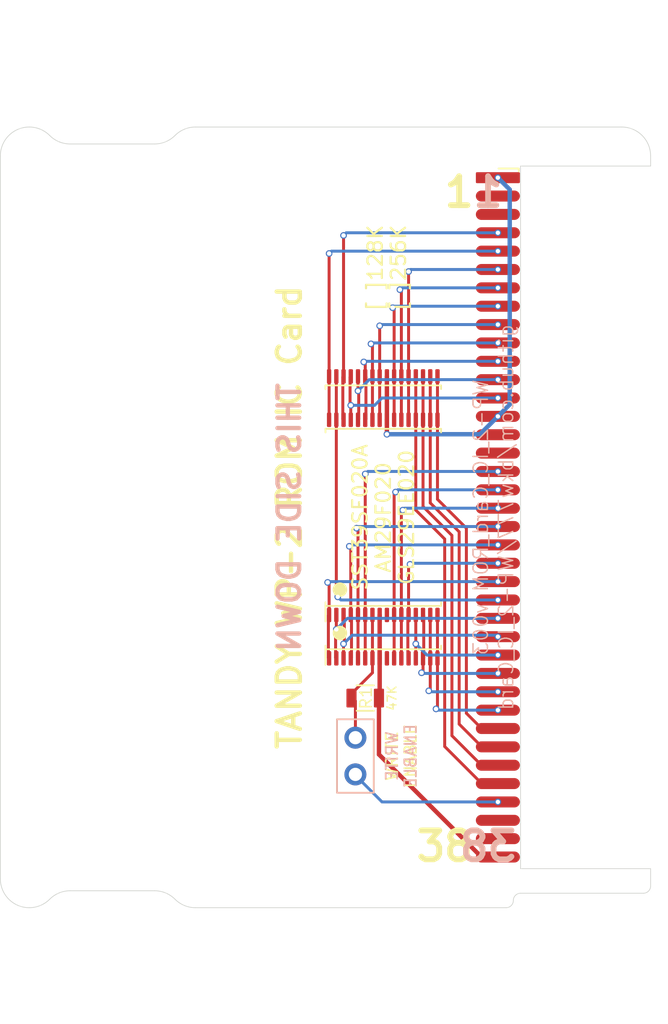
<source format=kicad_pcb>
(kicad_pcb (version 20171130) (host pcbnew 5.1.9-73d0e3b20d~88~ubuntu20.10.1)

  (general
    (thickness 1.2)
    (drawings 48)
    (tracks 238)
    (zones 0)
    (modules 5)
    (nets 33)
  )

  (page USLetter)
  (title_block
    (title "TANDY WP-2 ROM IC Card")
    (date 2021-01-14)
    (rev 003)
    (company "Brian K. White - b.kenyon.w@gmail.com")
  )

  (layers
    (0 F.Cu signal)
    (31 B.Cu signal)
    (33 F.Adhes user)
    (35 F.Paste user)
    (36 B.SilkS user)
    (37 F.SilkS user)
    (38 B.Mask user)
    (39 F.Mask user)
    (40 Dwgs.User user)
    (41 Cmts.User user hide)
    (42 Eco1.User user hide)
    (43 Eco2.User user hide)
    (44 Edge.Cuts user)
    (45 Margin user hide)
    (46 B.CrtYd user hide)
    (47 F.CrtYd user hide)
    (49 F.Fab user hide)
  )

  (setup
    (last_trace_width 0.254)
    (user_trace_width 0.1524)
    (user_trace_width 0.1778)
    (user_trace_width 0.2032)
    (user_trace_width 0.3048)
    (user_trace_width 0.508)
    (trace_clearance 0.1524)
    (zone_clearance 0.16)
    (zone_45_only no)
    (trace_min 0.1524)
    (via_size 0.46)
    (via_drill 0.3)
    (via_min_size 0.46)
    (via_min_drill 0.3)
    (user_via 0.46 0.3)
    (uvia_size 0.46)
    (uvia_drill 0.3)
    (uvias_allowed no)
    (uvia_min_size 0.46)
    (uvia_min_drill 0.3)
    (edge_width 0.05)
    (segment_width 0.2)
    (pcb_text_width 0.3)
    (pcb_text_size 1.5 1.5)
    (mod_edge_width 0.12)
    (mod_text_size 1 1)
    (mod_text_width 0.15)
    (pad_size 0.3 1)
    (pad_drill 0)
    (pad_to_mask_clearance 0)
    (solder_mask_min_width 0.22)
    (aux_axis_origin 158.75 99.695)
    (grid_origin 158.75 99.695)
    (visible_elements FFFFFF7F)
    (pcbplotparams
      (layerselection 0x010f0_ffffffff)
      (usegerberextensions true)
      (usegerberattributes false)
      (usegerberadvancedattributes false)
      (creategerberjobfile false)
      (excludeedgelayer true)
      (linewidth 0.100000)
      (plotframeref false)
      (viasonmask false)
      (mode 1)
      (useauxorigin false)
      (hpglpennumber 1)
      (hpglpenspeed 20)
      (hpglpendiameter 15.000000)
      (psnegative false)
      (psa4output false)
      (plotreference true)
      (plotvalue true)
      (plotinvisibletext false)
      (padsonsilk false)
      (subtractmaskfromsilk true)
      (outputformat 1)
      (mirror false)
      (drillshape 0)
      (scaleselection 1)
      (outputdirectory "GERBER_WP-2_IC_Card_ROM"))
  )

  (net 0 "")
  (net 1 GND)
  (net 2 /~CE1)
  (net 3 /~OE)
  (net 4 /D0)
  (net 5 /D1)
  (net 6 /D2)
  (net 7 /D3)
  (net 8 /D4)
  (net 9 /D5)
  (net 10 /D6)
  (net 11 /D7)
  (net 12 /A16)
  (net 13 /A15)
  (net 14 /A14)
  (net 15 /A13)
  (net 16 /A12)
  (net 17 /A11)
  (net 18 /A10)
  (net 19 /A9)
  (net 20 /A8)
  (net 21 /A7)
  (net 22 /A6)
  (net 23 /A5)
  (net 24 /A4)
  (net 25 /A3)
  (net 26 /A2)
  (net 27 /A1)
  (net 28 /A0)
  (net 29 VDD)
  (net 30 /A17)
  (net 31 /~WE)
  (net 32 /R~W)

  (net_class Default "This is the default net class."
    (clearance 0.1524)
    (trace_width 0.254)
    (via_dia 0.46)
    (via_drill 0.3)
    (uvia_dia 0.46)
    (uvia_drill 0.3)
    (diff_pair_width 0.1524)
    (diff_pair_gap 0.2032)
    (add_net /A0)
    (add_net /A1)
    (add_net /A10)
    (add_net /A11)
    (add_net /A12)
    (add_net /A13)
    (add_net /A14)
    (add_net /A15)
    (add_net /A16)
    (add_net /A17)
    (add_net /A2)
    (add_net /A3)
    (add_net /A4)
    (add_net /A5)
    (add_net /A6)
    (add_net /A7)
    (add_net /A8)
    (add_net /A9)
    (add_net /D0)
    (add_net /D1)
    (add_net /D2)
    (add_net /D3)
    (add_net /D4)
    (add_net /D5)
    (add_net /D6)
    (add_net /D7)
    (add_net /R~W)
    (add_net /~CE1)
    (add_net /~OE)
    (add_net /~WE)
    (add_net GND)
    (add_net VDD)
  )

  (module 0_LOCAL:R_0805 (layer F.Cu) (tedit 5F8B5224) (tstamp 5F898D2F)
    (at 148 112.195 180)
    (descr "Resistor SMD 0805, reflow soldering, Vishay (see dcrcw.pdf)")
    (tags "resistor 0805")
    (path /5F8FDC45)
    (attr smd)
    (fp_text reference R1 (at -0.05 0 90 unlocked) (layer F.SilkS)
      (effects (font (size 0.8 0.8) (thickness 0.1)))
    )
    (fp_text value 47K (at -1.85 0 90) (layer F.SilkS)
      (effects (font (size 0.6 0.6) (thickness 0.1)))
    )
    (fp_line (start 1.55 0.9) (end -1.55 0.9) (layer F.CrtYd) (width 0.05))
    (fp_line (start 1.55 0.9) (end 1.55 -0.9) (layer F.CrtYd) (width 0.05))
    (fp_line (start -1.55 -0.9) (end -1.55 0.9) (layer F.CrtYd) (width 0.05))
    (fp_line (start -1.55 -0.9) (end 1.55 -0.9) (layer F.CrtYd) (width 0.05))
    (fp_line (start -0.6 -0.88) (end 0.6 -0.88) (layer F.SilkS) (width 0.12))
    (fp_line (start 0.6 0.88) (end -0.6 0.88) (layer F.SilkS) (width 0.12))
    (fp_line (start -1 -0.62) (end 1 -0.62) (layer F.Fab) (width 0.1))
    (fp_line (start 1 -0.62) (end 1 0.62) (layer F.Fab) (width 0.1))
    (fp_line (start 1 0.62) (end -1 0.62) (layer F.Fab) (width 0.1))
    (fp_line (start -1 0.62) (end -1 -0.62) (layer F.Fab) (width 0.1))
    (fp_text user %R (at 0 0) (layer F.Fab)
      (effects (font (size 0.5 0.5) (thickness 0.075)))
    )
    (pad 1 smd roundrect (at -0.95 0 180) (size 0.7 1.3) (layers F.Cu F.Paste F.Mask) (roundrect_rratio 0.1)
      (net 29 VDD))
    (pad 2 smd roundrect (at 0.95 0 180) (size 0.7 1.3) (layers F.Cu F.Paste F.Mask) (roundrect_rratio 0.1)
      (net 31 /~WE))
    (model ${KIPRJMOD}/3d/R_0805_2012Metric.step
      (at (xyz 0 0 0))
      (scale (xyz 1 1 1))
      (rotate (xyz 0 0 0))
    )
  )

  (module 0_LOCAL:TSOP32-14mm (layer F.Cu) (tedit 5F8D316E) (tstamp 5F898D85)
    (at 149.25 99.695)
    (descr "Module CMS TSOP 32 pins")
    (tags "CMS TSOP")
    (path /5F906116)
    (attr smd)
    (fp_text reference U2 (at -1.905 -0.508 90) (layer F.SilkS) hide
      (effects (font (size 1 1) (thickness 0.15)))
    )
    (fp_text value "FLASH 256Kx8 5v Parallel" (at 1.27 0 90) (layer F.Fab)
      (effects (font (size 1 1) (thickness 0.15)))
    )
    (fp_circle (center -3 5) (end -2.75 5) (layer F.SilkS) (width 0.5))
    (fp_line (start -4 6.125) (end 4 6.125) (layer F.SilkS) (width 0.12))
    (fp_line (start 4 -6.125) (end -4 -6.125) (layer F.SilkS) (width 0.12))
    (fp_line (start -4 7.2) (end -4 5.875) (layer F.SilkS) (width 0.12))
    (fp_line (start 4 6.125) (end 4 5.875) (layer F.SilkS) (width 0.12))
    (fp_line (start -4 -6.125) (end -4 -5.875) (layer F.SilkS) (width 0.12))
    (fp_line (start 4 -6.125) (end 4 -5.875) (layer F.SilkS) (width 0.12))
    (pad 1 smd roundrect (at -3.75 6.75) (size 0.3 1) (layers F.Cu F.Paste F.Mask) (roundrect_rratio 0.25)
      (net 17 /A11))
    (pad 2 smd roundrect (at -3.25 6.75) (size 0.3 1) (layers F.Cu F.Paste F.Mask) (roundrect_rratio 0.25)
      (net 19 /A9))
    (pad 3 smd roundrect (at -2.75 6.75) (size 0.3 1) (layers F.Cu F.Paste F.Mask) (roundrect_rratio 0.25)
      (net 20 /A8))
    (pad 4 smd roundrect (at -2.25 6.75) (size 0.3 1) (layers F.Cu F.Paste F.Mask) (roundrect_rratio 0.25)
      (net 15 /A13))
    (pad 5 smd roundrect (at -1.75 6.75) (size 0.3 1) (layers F.Cu F.Paste F.Mask) (roundrect_rratio 0.25)
      (net 14 /A14))
    (pad 6 smd roundrect (at -1.25 6.75) (size 0.3 1) (layers F.Cu F.Paste F.Mask) (roundrect_rratio 0.25)
      (net 30 /A17))
    (pad 7 smd roundrect (at -0.75 6.75) (size 0.3 1) (layers F.Cu F.Paste F.Mask) (roundrect_rratio 0.25)
      (net 31 /~WE))
    (pad 8 smd roundrect (at -0.25 6.75) (size 0.3 1) (layers F.Cu F.Paste F.Mask) (roundrect_rratio 0.25)
      (net 29 VDD))
    (pad 9 smd roundrect (at 0.25 6.75) (size 0.3 1) (layers F.Cu F.Paste F.Mask) (roundrect_rratio 0.25))
    (pad 10 smd roundrect (at 0.75 6.75) (size 0.3 1) (layers F.Cu F.Paste F.Mask) (roundrect_rratio 0.25)
      (net 12 /A16))
    (pad 11 smd roundrect (at 1.25 6.75) (size 0.3 1) (layers F.Cu F.Paste F.Mask) (roundrect_rratio 0.25)
      (net 13 /A15))
    (pad 12 smd roundrect (at 1.75 6.75) (size 0.3 1) (layers F.Cu F.Paste F.Mask) (roundrect_rratio 0.25)
      (net 16 /A12))
    (pad 13 smd roundrect (at 2.25 6.75) (size 0.3 1) (layers F.Cu F.Paste F.Mask) (roundrect_rratio 0.25)
      (net 21 /A7))
    (pad 14 smd roundrect (at 2.75 6.75) (size 0.3 1) (layers F.Cu F.Paste F.Mask) (roundrect_rratio 0.25)
      (net 22 /A6))
    (pad 15 smd roundrect (at 3.25 6.75) (size 0.3 1) (layers F.Cu F.Paste F.Mask) (roundrect_rratio 0.25)
      (net 23 /A5))
    (pad 16 smd roundrect (at 3.75 6.75) (size 0.3 1) (layers F.Cu F.Paste F.Mask) (roundrect_rratio 0.25)
      (net 24 /A4))
    (pad 17 smd roundrect (at 3.75 -6.75) (size 0.3 1) (layers F.Cu F.Paste F.Mask) (roundrect_rratio 0.25)
      (net 25 /A3))
    (pad 18 smd roundrect (at 3.25 -6.75) (size 0.3 1) (layers F.Cu F.Paste F.Mask) (roundrect_rratio 0.25)
      (net 26 /A2))
    (pad 19 smd roundrect (at 2.75 -6.75) (size 0.3 1) (layers F.Cu F.Paste F.Mask) (roundrect_rratio 0.25)
      (net 27 /A1))
    (pad 20 smd roundrect (at 2.25 -6.75) (size 0.3 1) (layers F.Cu F.Paste F.Mask) (roundrect_rratio 0.25)
      (net 28 /A0))
    (pad 21 smd roundrect (at 1.75 -6.75) (size 0.3 1) (layers F.Cu F.Paste F.Mask) (roundrect_rratio 0.25)
      (net 4 /D0))
    (pad 22 smd roundrect (at 1.25 -6.75) (size 0.3 1) (layers F.Cu F.Paste F.Mask) (roundrect_rratio 0.25)
      (net 5 /D1))
    (pad 23 smd roundrect (at 0.75 -6.75) (size 0.3 1) (layers F.Cu F.Paste F.Mask) (roundrect_rratio 0.25)
      (net 6 /D2))
    (pad 24 smd roundrect (at 0.25 -6.75) (size 0.3 1) (layers F.Cu F.Paste F.Mask) (roundrect_rratio 0.25)
      (net 1 GND))
    (pad 25 smd roundrect (at -0.25 -6.75) (size 0.3 1) (layers F.Cu F.Paste F.Mask) (roundrect_rratio 0.25)
      (net 7 /D3))
    (pad 26 smd roundrect (at -0.75 -6.75) (size 0.3 1) (layers F.Cu F.Paste F.Mask) (roundrect_rratio 0.25)
      (net 8 /D4))
    (pad 27 smd roundrect (at -1.25 -6.75) (size 0.3 1) (layers F.Cu F.Paste F.Mask) (roundrect_rratio 0.25)
      (net 9 /D5))
    (pad 28 smd roundrect (at -1.75 -6.75) (size 0.3 1) (layers F.Cu F.Paste F.Mask) (roundrect_rratio 0.25)
      (net 10 /D6))
    (pad 29 smd roundrect (at -2.25 -6.75) (size 0.3 1) (layers F.Cu F.Paste F.Mask) (roundrect_rratio 0.25)
      (net 11 /D7))
    (pad 30 smd roundrect (at -2.75 -6.75) (size 0.3 1) (layers F.Cu F.Paste F.Mask) (roundrect_rratio 0.25)
      (net 2 /~CE1))
    (pad 31 smd roundrect (at -3.25 -6.75) (size 0.3 1) (layers F.Cu F.Paste F.Mask) (roundrect_rratio 0.25)
      (net 18 /A10))
    (pad 32 smd roundrect (at -3.75 -6.75) (size 0.3 1) (layers F.Cu F.Paste F.Mask) (roundrect_rratio 0.25)
      (net 3 /~OE))
    (model ${KIPRJMOD}/3d/TSOP32_8x14.step
      (at (xyz 0 0 0))
      (scale (xyz 1 1 1))
      (rotate (xyz 0 0 -90))
    )
  )

  (module 0_LOCAL:TSOP32-20mm (layer F.Cu) (tedit 5F8D318C) (tstamp 5F898D5A)
    (at 149.25 99.695)
    (descr "Module CMS TSOP 32 pins")
    (tags "CMS TSOP")
    (path /5FA8764D)
    (attr virtual)
    (fp_text reference U1 (at -1.905 -0.508 90) (layer F.SilkS) hide
      (effects (font (size 1 1) (thickness 0.15)))
    )
    (fp_text value "FLASH 256Kx8 5v Parallel" (at 1.27 0 90) (layer F.Fab)
      (effects (font (size 1 1) (thickness 0.15)))
    )
    (fp_line (start 4 -9.125) (end 4 -8.875) (layer F.SilkS) (width 0.12))
    (fp_line (start -4 -9.125) (end -4 -8.875) (layer F.SilkS) (width 0.12))
    (fp_line (start 4 9.125) (end 4 8.875) (layer F.SilkS) (width 0.12))
    (fp_line (start -4 10.2) (end -4 8.875) (layer F.SilkS) (width 0.12))
    (fp_line (start 4 -9.125) (end -4 -9.125) (layer F.SilkS) (width 0.12))
    (fp_line (start -4 9.125) (end 4 9.125) (layer F.SilkS) (width 0.12))
    (fp_circle (center -3 8) (end -2.75 8) (layer F.SilkS) (width 0.5))
    (pad 1 smd roundrect (at -3.75 9.75) (size 0.3 1) (layers F.Cu F.Paste F.Mask) (roundrect_rratio 0.25)
      (net 17 /A11))
    (pad 2 smd roundrect (at -3.25 9.75) (size 0.3 1) (layers F.Cu F.Paste F.Mask) (roundrect_rratio 0.25)
      (net 19 /A9))
    (pad 3 smd roundrect (at -2.75 9.75) (size 0.3 1) (layers F.Cu F.Paste F.Mask) (roundrect_rratio 0.25)
      (net 20 /A8))
    (pad 4 smd roundrect (at -2.25 9.75) (size 0.3 1) (layers F.Cu F.Paste F.Mask) (roundrect_rratio 0.25)
      (net 15 /A13))
    (pad 5 smd roundrect (at -1.75 9.75) (size 0.3 1) (layers F.Cu F.Paste F.Mask) (roundrect_rratio 0.25)
      (net 14 /A14))
    (pad 6 smd roundrect (at -1.25 9.75) (size 0.3 1) (layers F.Cu F.Paste F.Mask) (roundrect_rratio 0.25)
      (net 30 /A17))
    (pad 7 smd roundrect (at -0.75 9.75) (size 0.3 1) (layers F.Cu F.Paste F.Mask) (roundrect_rratio 0.25)
      (net 31 /~WE))
    (pad 8 smd roundrect (at -0.25 9.75) (size 0.3 1) (layers F.Cu F.Paste F.Mask) (roundrect_rratio 0.25)
      (net 29 VDD))
    (pad 9 smd roundrect (at 0.25 9.75) (size 0.3 1) (layers F.Cu F.Paste F.Mask) (roundrect_rratio 0.25))
    (pad 10 smd roundrect (at 0.75 9.75) (size 0.3 1) (layers F.Cu F.Paste F.Mask) (roundrect_rratio 0.25)
      (net 12 /A16))
    (pad 11 smd roundrect (at 1.25 9.75) (size 0.3 1) (layers F.Cu F.Paste F.Mask) (roundrect_rratio 0.25)
      (net 13 /A15))
    (pad 12 smd roundrect (at 1.75 9.75) (size 0.3 1) (layers F.Cu F.Paste F.Mask) (roundrect_rratio 0.25)
      (net 16 /A12))
    (pad 13 smd roundrect (at 2.25 9.75) (size 0.3 1) (layers F.Cu F.Paste F.Mask) (roundrect_rratio 0.25)
      (net 21 /A7))
    (pad 14 smd roundrect (at 2.75 9.75) (size 0.3 1) (layers F.Cu F.Paste F.Mask) (roundrect_rratio 0.25)
      (net 22 /A6))
    (pad 15 smd roundrect (at 3.25 9.75) (size 0.3 1) (layers F.Cu F.Paste F.Mask) (roundrect_rratio 0.25)
      (net 23 /A5))
    (pad 16 smd roundrect (at 3.75 9.75) (size 0.3 1) (layers F.Cu F.Paste F.Mask) (roundrect_rratio 0.25)
      (net 24 /A4))
    (pad 17 smd roundrect (at 3.75 -9.75) (size 0.3 1) (layers F.Cu F.Paste F.Mask) (roundrect_rratio 0.25)
      (net 25 /A3))
    (pad 18 smd roundrect (at 3.25 -9.75) (size 0.3 1) (layers F.Cu F.Paste F.Mask) (roundrect_rratio 0.25)
      (net 26 /A2))
    (pad 19 smd roundrect (at 2.75 -9.75) (size 0.3 1) (layers F.Cu F.Paste F.Mask) (roundrect_rratio 0.25)
      (net 27 /A1))
    (pad 20 smd roundrect (at 2.25 -9.75) (size 0.3 1) (layers F.Cu F.Paste F.Mask) (roundrect_rratio 0.25)
      (net 28 /A0))
    (pad 21 smd roundrect (at 1.75 -9.75) (size 0.3 1) (layers F.Cu F.Paste F.Mask) (roundrect_rratio 0.25)
      (net 4 /D0))
    (pad 22 smd roundrect (at 1.25 -9.75) (size 0.3 1) (layers F.Cu F.Paste F.Mask) (roundrect_rratio 0.25)
      (net 5 /D1))
    (pad 23 smd roundrect (at 0.75 -9.75) (size 0.3 1) (layers F.Cu F.Paste F.Mask) (roundrect_rratio 0.25)
      (net 6 /D2))
    (pad 24 smd roundrect (at 0.25 -9.75) (size 0.3 1) (layers F.Cu F.Paste F.Mask) (roundrect_rratio 0.25)
      (net 1 GND))
    (pad 25 smd roundrect (at -0.25 -9.75) (size 0.3 1) (layers F.Cu F.Paste F.Mask) (roundrect_rratio 0.25)
      (net 7 /D3))
    (pad 26 smd roundrect (at -0.75 -9.75) (size 0.3 1) (layers F.Cu F.Paste F.Mask) (roundrect_rratio 0.25)
      (net 8 /D4))
    (pad 27 smd roundrect (at -1.25 -9.75) (size 0.3 1) (layers F.Cu F.Paste F.Mask) (roundrect_rratio 0.25)
      (net 9 /D5))
    (pad 28 smd roundrect (at -1.75 -9.75) (size 0.3 1) (layers F.Cu F.Paste F.Mask) (roundrect_rratio 0.25)
      (net 10 /D6))
    (pad 29 smd roundrect (at -2.25 -9.75) (size 0.3 1) (layers F.Cu F.Paste F.Mask) (roundrect_rratio 0.25)
      (net 11 /D7))
    (pad 30 smd roundrect (at -2.75 -9.75) (size 0.3 1) (layers F.Cu F.Paste F.Mask) (roundrect_rratio 0.25)
      (net 2 /~CE1))
    (pad 31 smd roundrect (at -3.25 -9.75) (size 0.3 1) (layers F.Cu F.Paste F.Mask) (roundrect_rratio 0.25)
      (net 18 /A10))
    (pad 32 smd roundrect (at -3.75 -9.75) (size 0.3 1) (layers F.Cu F.Paste F.Mask) (roundrect_rratio 0.25)
      (net 3 /~OE))
    (model ${KIPRJMOD}/3d/TSOP32_8X20.step_x
      (at (xyz 0 0 0))
      (scale (xyz 1 1 1))
      (rotate (xyz 0 0 -90))
    )
  )

  (module 0_LOCAL:JP2 (layer F.Cu) (tedit 5F8B1E86) (tstamp 5F9AE79B)
    (at 147.32 116.205 90)
    (path /5F96166C)
    (fp_text reference JP1 (at 0 1.5 90) (layer F.SilkS) hide
      (effects (font (size 0.8128 0.8128) (thickness 0.0762)))
    )
    (fp_text value Write-Enable (at 0 1.5 90) (layer F.SilkS) hide
      (effects (font (size 0.8 0.8) (thickness 0.1)))
    )
    (pad 1 thru_hole circle (at -1.27 0 90) (size 1.524 1.524) (drill 0.9144) (layers *.Cu *.Mask)
      (net 32 /R~W))
    (pad 2 thru_hole circle (at 1.27 0 90) (size 1.524 1.524) (drill 0.9144) (layers *.Cu *.Mask)
      (net 31 /~WE))
  )

  (module 0_LOCAL:PinSocket_1x38x1.27_edge_s (layer F.Cu) (tedit 5F7C31EE) (tstamp 5F74043C)
    (at 158.75 99.695)
    (descr "Through hole straight socket strip, 1x38, 1.27mm pitch, single row")
    (tags "Through hole socket strip THT 1x38 1.27mm single row")
    (path /5F6EF0A3)
    (attr smd)
    (fp_text reference J1 (at -2.8956 4.4196 -90) (layer F.SilkS) hide
      (effects (font (size 1 1) (thickness 0.15)))
    )
    (fp_text value Conn_01x38_Female (at -2.921 23.114 -90) (layer F.Fab)
      (effects (font (size 1 1) (thickness 0.15)))
    )
    (fp_line (start -1.524 -24.13) (end -0.127 -24.13) (layer F.SilkS) (width 0.12))
    (fp_line (start -0.127 -24.13) (end -0.127 -23.9395) (layer F.SilkS) (width 0.12))
    (fp_line (start 5.08 -24.13) (end 8.509 -24.13) (layer F.Fab) (width 0.08))
    (fp_line (start 8.509 -24.13) (end 8.509 24.13) (layer F.Fab) (width 0.08))
    (fp_line (start 8.509 24.13) (end 5.08 24.13) (layer F.Fab) (width 0.08))
    (fp_line (start 0.1905 -22.5425) (end 6.0325 -22.5425) (layer F.Fab) (width 0.08))
    (fp_line (start 0.1905 -21.9075) (end 6.0325 -21.9075) (layer F.Fab) (width 0.08))
    (fp_line (start 0.1905 -21.9075) (end 0 -22.098) (layer F.Fab) (width 0.08))
    (fp_line (start 0.1905 -22.5425) (end 0 -22.352) (layer F.Fab) (width 0.08))
    (fp_line (start 0 -22.352) (end 0 -22.098) (layer F.Fab) (width 0.08))
    (fp_line (start 6.0325 -22.5425) (end 6.0325 -21.9075) (layer F.Fab) (width 0.08))
    (fp_line (start 2.794 -18.0975) (end 2.6035 -18.288) (layer F.Fab) (width 0.08))
    (fp_line (start 2.794 -18.7325) (end 8.636 -18.7325) (layer F.Fab) (width 0.08))
    (fp_line (start 2.794 -18.7325) (end 2.6035 -18.542) (layer F.Fab) (width 0.08))
    (fp_line (start 2.794 -18.0975) (end 8.636 -18.0975) (layer F.Fab) (width 0.08))
    (fp_line (start 2.6035 -18.288) (end 2.6035 -18.542) (layer F.Fab) (width 0.08))
    (fp_line (start 8.636 -18.0975) (end 8.636 -18.7325) (layer F.Fab) (width 0.08))
    (fp_line (start 3.7465 -22.6695) (end 3.7465 -25.4) (layer F.Fab) (width 0.08))
    (fp_line (start 3.7465 -22.6695) (end 3.556 -22.86) (layer F.Fab) (width 0.08))
    (fp_line (start 3.7465 -22.6695) (end 3.937 -22.86) (layer F.Fab) (width 0.08))
    (fp_line (start 4.3815 -24.257) (end 4.572 -24.4475) (layer F.Fab) (width 0.08))
    (fp_line (start 4.3815 -24.257) (end 4.191 -24.4475) (layer F.Fab) (width 0.08))
    (fp_line (start 4.3815 -24.257) (end 4.3815 -25.4) (layer F.Fab) (width 0.08))
    (fp_line (start 3.7465 -25.4) (end 4.3815 -25.4) (layer F.Fab) (width 0.08))
    (fp_line (start 4.3815 -25.4) (end 4.064 -25.4) (layer F.Fab) (width 0.08))
    (fp_line (start 4.064 -25.4) (end 4.064 -26.035) (layer F.Fab) (width 0.08))
    (fp_line (start 7.62 -18.8595) (end 7.8105 -19.05) (layer F.Fab) (width 0.08))
    (fp_line (start 7.62 -18.8595) (end 7.4295 -19.05) (layer F.Fab) (width 0.08))
    (fp_line (start 7.62 -18.8595) (end 7.62 -25.4) (layer F.Fab) (width 0.08))
    (fp_line (start 8.255 -24.257) (end 8.255 -25.4) (layer F.Fab) (width 0.08))
    (fp_line (start 8.255 -25.4) (end 7.9375 -25.4) (layer F.Fab) (width 0.08))
    (fp_line (start 8.255 -24.257) (end 8.4455 -24.4475) (layer F.Fab) (width 0.08))
    (fp_line (start 7.62 -25.4) (end 8.255 -25.4) (layer F.Fab) (width 0.08))
    (fp_line (start 8.255 -24.257) (end 8.0645 -24.4475) (layer F.Fab) (width 0.08))
    (fp_line (start 7.9375 -25.4) (end 7.9375 -26.035) (layer F.Fab) (width 0.08))
    (fp_line (start 0 -24.13) (end 4.3815 -24.13) (layer F.Fab) (width 0.08))
    (fp_line (start 4.3815 -24.13) (end 4.3815 24.13) (layer F.Fab) (width 0.08))
    (fp_line (start 4.3815 24.13) (end 0 24.13) (layer F.Fab) (width 0.08))
    (fp_line (start 0 24.13) (end 0 -24.13) (layer F.Fab) (width 0.08))
    (fp_text user "pins 6.0mm" (at 9.8425 -20.574 -90) (layer F.Fab)
      (effects (font (size 0.5 0.5) (thickness 0.05)))
    )
    (fp_text user "Height 8.5mm, Bottom 2.5mm" (at 7.112 -30.0355 -90) (layer F.Fab)
      (effects (font (size 0.5 0.5) (thickness 0.05)))
    )
    (fp_text user "samtec header" (at 8.001 -28.956 -90) (layer F.Fab)
      (effects (font (size 0.5 0.5) (thickness 0.05)))
    )
    (fp_text user "Height 4.4mm, Bottom 0mm" (at 3.2385 -29.718 -90) (layer F.Fab)
      (effects (font (size 0.5 0.5) (thickness 0.05)))
    )
    (fp_text user "generic header" (at 4.1275 -28.956 -90) (layer F.Fab)
      (effects (font (size 0.5 0.5) (thickness 0.05)))
    )
    (fp_text user %R (at 0 -1.695) (layer F.Fab) hide
      (effects (font (size 1 1) (thickness 0.15)))
    )
    (pad 1 smd roundrect (at -1.57 -23.495) (size 3.048 0.762) (layers F.Cu F.Paste F.Mask) (roundrect_rratio 0.1)
      (net 1 GND))
    (pad 2 smd oval (at -1.57 -22.225) (size 3.048 0.762) (layers F.Cu F.Paste F.Mask))
    (pad 3 smd oval (at -1.57 -20.955) (size 3.048 0.762) (layers F.Cu F.Paste F.Mask))
    (pad 4 smd oval (at -1.57 -19.685) (size 3.048 0.762) (layers F.Cu F.Paste F.Mask)
      (net 2 /~CE1))
    (pad 5 smd oval (at -1.57 -18.415) (size 3.048 0.762) (layers F.Cu F.Paste F.Mask)
      (net 3 /~OE))
    (pad 6 smd oval (at -1.57 -17.145) (size 3.048 0.762) (layers F.Cu F.Paste F.Mask)
      (net 4 /D0))
    (pad 7 smd oval (at -1.57 -15.875) (size 3.048 0.762) (layers F.Cu F.Paste F.Mask)
      (net 5 /D1))
    (pad 8 smd oval (at -1.57 -14.605) (size 3.048 0.762) (layers F.Cu F.Paste F.Mask)
      (net 6 /D2))
    (pad 9 smd oval (at -1.57 -13.335) (size 3.048 0.762) (layers F.Cu F.Paste F.Mask)
      (net 7 /D3))
    (pad 10 smd oval (at -1.57 -12.065) (size 3.048 0.762) (layers F.Cu F.Paste F.Mask)
      (net 8 /D4))
    (pad 11 smd oval (at -1.57 -10.795) (size 3.048 0.762) (layers F.Cu F.Paste F.Mask)
      (net 9 /D5))
    (pad 12 smd oval (at -1.57 -9.525) (size 3.048 0.762) (layers F.Cu F.Paste F.Mask)
      (net 10 /D6))
    (pad 13 smd oval (at -1.57 -8.255) (size 3.048 0.762) (layers F.Cu F.Paste F.Mask)
      (net 11 /D7))
    (pad 14 smd oval (at -1.57 -6.985) (size 3.048 0.762) (layers F.Cu F.Paste F.Mask)
      (net 1 GND))
    (pad 15 smd oval (at -1.57 -5.715) (size 3.048 0.762) (layers F.Cu F.Paste F.Mask))
    (pad 16 smd oval (at -1.57 -4.445) (size 3.048 0.762) (layers F.Cu F.Paste F.Mask))
    (pad 17 smd oval (at -1.57 -3.175) (size 3.048 0.762) (layers F.Cu F.Paste F.Mask)
      (net 30 /A17))
    (pad 18 smd oval (at -1.57 -1.905) (size 3.048 0.762) (layers F.Cu F.Paste F.Mask)
      (net 12 /A16))
    (pad 19 smd oval (at -1.57 -0.635) (size 3.048 0.762) (layers F.Cu F.Paste F.Mask)
      (net 13 /A15))
    (pad 20 smd oval (at -1.57 0.635) (size 3.048 0.762) (layers F.Cu F.Paste F.Mask)
      (net 14 /A14))
    (pad 21 smd oval (at -1.57 1.905) (size 3.048 0.762) (layers F.Cu F.Paste F.Mask)
      (net 15 /A13))
    (pad 22 smd oval (at -1.57 3.175) (size 3.048 0.762) (layers F.Cu F.Paste F.Mask)
      (net 16 /A12))
    (pad 23 smd oval (at -1.57 4.445) (size 3.048 0.762) (layers F.Cu F.Paste F.Mask)
      (net 17 /A11))
    (pad 24 smd oval (at -1.57 5.715) (size 3.048 0.762) (layers F.Cu F.Paste F.Mask)
      (net 18 /A10))
    (pad 25 smd oval (at -1.57 6.985) (size 3.048 0.762) (layers F.Cu F.Paste F.Mask)
      (net 19 /A9))
    (pad 26 smd oval (at -1.57 8.255) (size 3.048 0.762) (layers F.Cu F.Paste F.Mask)
      (net 20 /A8))
    (pad 27 smd oval (at -1.57 9.525) (size 3.048 0.762) (layers F.Cu F.Paste F.Mask)
      (net 21 /A7))
    (pad 28 smd oval (at -1.57 10.795) (size 3.048 0.762) (layers F.Cu F.Paste F.Mask)
      (net 22 /A6))
    (pad 29 smd oval (at -1.57 12.065) (size 3.048 0.762) (layers F.Cu F.Paste F.Mask)
      (net 23 /A5))
    (pad 30 smd oval (at -1.57 13.335) (size 3.048 0.762) (layers F.Cu F.Paste F.Mask)
      (net 24 /A4))
    (pad 31 smd oval (at -1.57 14.605) (size 3.048 0.762) (layers F.Cu F.Paste F.Mask)
      (net 25 /A3))
    (pad 32 smd oval (at -1.57 15.875) (size 3.048 0.762) (layers F.Cu F.Paste F.Mask)
      (net 26 /A2))
    (pad 33 smd oval (at -1.57 17.145) (size 3.048 0.762) (layers F.Cu F.Paste F.Mask)
      (net 27 /A1))
    (pad 34 smd oval (at -1.57 18.415) (size 3.048 0.762) (layers F.Cu F.Paste F.Mask)
      (net 28 /A0))
    (pad 35 smd oval (at -1.57 19.685) (size 3.048 0.762) (layers F.Cu F.Paste F.Mask)
      (net 32 /R~W))
    (pad 36 smd oval (at -1.57 20.955) (size 3.048 0.762) (layers F.Cu F.Paste F.Mask))
    (pad 37 smd oval (at -1.57 22.225) (size 3.048 0.762) (layers F.Cu F.Paste F.Mask))
    (pad 38 smd oval (at -1.57 23.495) (size 3.048 0.762) (layers F.Cu F.Paste F.Mask)
      (net 29 VDD))
    (model ${KIPRJMOD}/3d/PinSocket_1x38_P1.27mm_Vertical.step_x
      (offset (xyz 0 23.495 0.1))
      (scale (xyz 1 1 1))
      (rotate (xyz 0 -90 0))
    )
    (model ${KIPRJMOD}/3d/SMS-138-01-x-x.step
      (offset (xyz 0 0 0.25))
      (scale (xyz 1 1 1))
      (rotate (xyz 0 0 90))
    )
  )

  (gr_line (start 127.578428 73.866573) (end 133.421572 73.866573) (layer Edge.Cuts) (width 0.05) (tstamp 6000056E))
  (gr_arc (start 124.75 74.695) (end 126.164214 73.280786) (angle -45) (layer Edge.Cuts) (width 0.05) (tstamp 6000056D))
  (gr_arc (start 133.421572 71.866572) (end 133.421572 73.866572) (angle -45) (layer Edge.Cuts) (width 0.05) (tstamp 6000056C))
  (gr_arc (start 127.578428 71.866572) (end 126.164214 73.280786) (angle -45) (layer Edge.Cuts) (width 0.05) (tstamp 6000056B))
  (gr_arc (start 136.25 74.695) (end 136.25 72.695) (angle -45) (layer Edge.Cuts) (width 0.05) (tstamp 6000056A))
  (gr_line (start 133.421572 125.523427) (end 127.578428 125.523427) (layer Edge.Cuts) (width 0.05) (tstamp 60000565))
  (gr_line (start 138.75 134.695) (end 138.75 64.695) (layer Dwgs.User) (width 0.15))
  (gr_line (start 164.75 74.695) (end 164.75 75.395) (layer F.Fab) (width 0.05) (tstamp 600002D7))
  (gr_arc (start 162.75 74.695) (end 164.75 74.695) (angle -90) (layer F.Fab) (width 0.05) (tstamp 600002D6))
  (gr_arc (start 133.421572 127.523428) (end 134.835786 126.109214) (angle -45) (layer Edge.Cuts) (width 0.05) (tstamp 60000190))
  (gr_arc (start 127.578428 127.523428) (end 127.578428 125.523428) (angle -45) (layer Edge.Cuts) (width 0.05) (tstamp 60000180))
  (gr_arc (start 136.25 124.695) (end 134.835786 126.109214) (angle -45) (layer Edge.Cuts) (width 0.05) (tstamp 6000011B))
  (gr_arc (start 124.75 124.695) (end 124.75 126.695) (angle -45) (layer Edge.Cuts) (width 0.05) (tstamp 600000D5))
  (gr_arc (start 157.75 126.195) (end 157.75 126.695) (angle -90) (layer Edge.Cuts) (width 0.05))
  (gr_arc (start 167.25 125.195) (end 167.25 125.695) (angle -90) (layer Edge.Cuts) (width 0.05))
  (gr_arc (start 158.75 126.195) (end 158.75 125.695) (angle -90) (layer Edge.Cuts) (width 0.05))
  (gr_line (start 148.59 113.665) (end 146.05 113.665) (layer B.SilkS) (width 0.12) (tstamp 5FBC7678))
  (gr_line (start 148.59 118.745) (end 148.59 113.665) (layer B.SilkS) (width 0.12))
  (gr_line (start 146.05 118.745) (end 148.59 118.745) (layer B.SilkS) (width 0.12))
  (gr_line (start 146.05 113.665) (end 146.05 118.745) (layer B.SilkS) (width 0.12))
  (gr_line (start 148.59 113.665) (end 146.05 113.665) (layer F.SilkS) (width 0.12) (tstamp 5FBC7677))
  (gr_line (start 148.59 118.745) (end 148.59 113.665) (layer F.SilkS) (width 0.12))
  (gr_line (start 146.05 118.745) (end 148.59 118.745) (layer F.SilkS) (width 0.12))
  (gr_line (start 146.05 113.665) (end 146.05 118.745) (layer F.SilkS) (width 0.12))
  (gr_text "WRITE\nENABLE" (at 150.495 116.205 90) (layer B.SilkS) (tstamp 5FBC73FB)
    (effects (font (size 0.8 0.8) (thickness 0.12)) (justify mirror))
  )
  (gr_text "WRITE\nENABLE" (at 150.495 116.205 90) (layer F.SilkS)
    (effects (font (size 0.8 0.8) (thickness 0.12)))
  )
  (gr_text "THIS SIDE DOWN" (at 142.75 99.695 90) (layer B.SilkS)
    (effects (font (size 1.5 1.5) (thickness 0.3)) (justify mirror))
  )
  (gr_line (start 167.75 74.695) (end 167.75 75.395) (layer Edge.Cuts) (width 0.05) (tstamp 5F9AEF4D))
  (gr_arc (start 165.75 74.695) (end 167.75 74.695) (angle -90) (layer Edge.Cuts) (width 0.05) (tstamp 5F9AEF2A))
  (gr_arc (start 124.75 124.695) (end 122.75 124.695) (angle -90) (layer Edge.Cuts) (width 0.05) (tstamp 5F9AEF03))
  (gr_arc (start 124.75 74.695) (end 124.75 72.695) (angle -90) (layer Edge.Cuts) (width 0.05))
  (gr_line (start 158.75 75.395) (end 158.75 123.995) (layer Edge.Cuts) (width 0.05))
  (gr_line (start 167.75 75.395) (end 158.75 75.395) (layer Edge.Cuts) (width 0.05) (tstamp 5F9AAC1A))
  (gr_line (start 136.25 72.695) (end 165.75 72.695) (layer Edge.Cuts) (width 0.05))
  (gr_line (start 122.75 124.695) (end 122.75 74.695) (layer Edge.Cuts) (width 0.05))
  (gr_line (start 157.75 126.695) (end 136.25 126.695) (layer Edge.Cuts) (width 0.05))
  (gr_line (start 167.25 125.695) (end 158.75 125.695) (layer Edge.Cuts) (width 0.05))
  (gr_line (start 167.75 123.995) (end 167.75 125.195) (layer Edge.Cuts) (width 0.05))
  (gr_line (start 158.75 123.995) (end 167.75 123.995) (layer Edge.Cuts) (width 0.05))
  (gr_text 1 (at 156.5 77.195) (layer B.SilkS) (tstamp 5F8D1C95)
    (effects (font (size 2 2) (thickness 0.4)) (justify mirror))
  )
  (gr_text 38 (at 156.5 122.445) (layer B.SilkS)
    (effects (font (size 2 2) (thickness 0.4)) (justify mirror))
  )
  (gr_text "SST39SF020A\nAM29F020\nGLS29EE020" (at 149.25 99.695 90) (layer F.SilkS) (tstamp 5F9CAC7A)
    (effects (font (size 1 1) (thickness 0.15)))
  )
  (gr_text "[ ]128K\n[ ]256K" (at 149.5 82.445 90) (layer F.SilkS)
    (effects (font (size 1 1) (thickness 0.15)))
  )
  (gr_text "TANDY WP-2 ROM IC Card" (at 142.75 99.695 90) (layer F.SilkS)
    (effects (font (size 1.6 1.6) (thickness 0.3)))
  )
  (gr_text "WP-2_IC_Card_ROM v003" (at 156 99.695 90) (layer B.SilkS)
    (effects (font (size 1 1) (thickness 0.1)) (justify mirror))
  )
  (gr_text 38 (at 153.5 122.445) (layer F.SilkS) (tstamp 5F712A00)
    (effects (font (size 2 2) (thickness 0.4)))
  )
  (gr_text 1 (at 154.5 77.195) (layer F.SilkS) (tstamp 5F7129FD)
    (effects (font (size 2 2) (thickness 0.4)))
  )
  (gr_text github.com/bkw777/WP-2_IC_Card (at 157.75 99.695 -270) (layer B.SilkS) (tstamp 5F7129FA)
    (effects (font (size 1 1) (thickness 0.1)) (justify mirror))
  )

  (via (at 149.5 93.945) (size 0.46) (drill 0.3) (layers F.Cu B.Cu) (net 1))
  (via (at 157.18 92.71) (size 0.46) (drill 0.3) (layers F.Cu B.Cu) (net 1))
  (via (at 157.18 76.2) (size 0.46) (drill 0.3) (layers F.Cu B.Cu) (net 1))
  (segment (start 158 77.02) (end 157.18 76.2) (width 0.3048) (layer B.Cu) (net 1))
  (segment (start 158 91.89) (end 158 77.02) (width 0.3048) (layer B.Cu) (net 1))
  (segment (start 157.18 92.71) (end 158 91.89) (width 0.3048) (layer B.Cu) (net 1))
  (segment (start 149.5 89.945) (end 149.5 92.945) (width 0.3048) (layer F.Cu) (net 1))
  (segment (start 149.5 92.945) (end 149.5 93.945) (width 0.3048) (layer F.Cu) (net 1))
  (segment (start 155.945 93.945) (end 149.5 93.945) (width 0.3048) (layer B.Cu) (net 1))
  (segment (start 157.18 92.71) (end 155.945 93.945) (width 0.3048) (layer B.Cu) (net 1))
  (via (at 157.18 80.01) (size 0.46) (drill 0.3) (layers F.Cu B.Cu) (net 2))
  (segment (start 157.18 80.01) (end 146.685 80.01) (width 0.2032) (layer B.Cu) (net 2))
  (segment (start 146.685 80.01) (end 146.5 80.195) (width 0.2032) (layer B.Cu) (net 2))
  (segment (start 146.5 80.195) (end 146.5 80.195) (width 0.2032) (layer B.Cu) (net 2) (tstamp 5F9CDCEA))
  (via (at 146.5 80.195) (size 0.46) (drill 0.3) (layers F.Cu B.Cu) (net 2))
  (segment (start 146.5 89.945) (end 146.5 80.195) (width 0.2032) (layer F.Cu) (net 2))
  (segment (start 146.45 89.995) (end 146.5 89.945) (width 0.2032) (layer F.Cu) (net 2))
  (segment (start 146.45 92.895) (end 146.45 89.995) (width 0.2032) (layer F.Cu) (net 2))
  (segment (start 146.5 92.945) (end 146.45 92.895) (width 0.2032) (layer F.Cu) (net 2))
  (segment (start 145.5 92.945) (end 145.5 89.945) (width 0.2032) (layer F.Cu) (net 3))
  (via (at 157.18 81.28) (size 0.46) (drill 0.3) (layers F.Cu B.Cu) (net 3))
  (segment (start 157.18 81.28) (end 145.665 81.28) (width 0.2032) (layer B.Cu) (net 3))
  (segment (start 145.665 81.28) (end 145.5 81.445) (width 0.2032) (layer B.Cu) (net 3))
  (segment (start 145.5 81.445) (end 145.5 81.445) (width 0.2032) (layer B.Cu) (net 3) (tstamp 5F9CDCEC))
  (via (at 145.5 81.445) (size 0.46) (drill 0.3) (layers F.Cu B.Cu) (net 3))
  (segment (start 145.5 89.945) (end 145.5 81.445) (width 0.2032) (layer F.Cu) (net 3))
  (segment (start 151 92.945) (end 151 89.945) (width 0.2032) (layer F.Cu) (net 4))
  (via (at 157.18 82.55) (size 0.46) (drill 0.3) (layers F.Cu B.Cu) (net 4))
  (segment (start 157.18 82.55) (end 151.145 82.55) (width 0.2032) (layer B.Cu) (net 4))
  (segment (start 151.145 82.55) (end 151 82.695) (width 0.2032) (layer B.Cu) (net 4))
  (segment (start 151 82.695) (end 151 82.695) (width 0.2032) (layer B.Cu) (net 4) (tstamp 5F9CDCEE))
  (via (at 151 82.695) (size 0.46) (drill 0.3) (layers F.Cu B.Cu) (net 4))
  (segment (start 151 89.945) (end 151 82.695) (width 0.2032) (layer F.Cu) (net 4))
  (segment (start 150.5 92.945) (end 150.5 89.945) (width 0.2032) (layer F.Cu) (net 5))
  (via (at 157.18 83.82) (size 0.46) (drill 0.3) (layers F.Cu B.Cu) (net 5))
  (segment (start 150.5 84.045) (end 150.4 83.945) (width 0.2032) (layer F.Cu) (net 5))
  (segment (start 150.5 89.945) (end 150.5 84.045) (width 0.2032) (layer F.Cu) (net 5))
  (segment (start 150.525 83.82) (end 157.18 83.82) (width 0.2032) (layer B.Cu) (net 5))
  (segment (start 150.4 83.945) (end 150.525 83.82) (width 0.2032) (layer B.Cu) (net 5))
  (via (at 150.4 83.945) (size 0.46) (drill 0.3) (layers F.Cu B.Cu) (net 5))
  (segment (start 150 92.945) (end 150 89.945) (width 0.2032) (layer F.Cu) (net 6))
  (via (at 157.18 85.09) (size 0.46) (drill 0.3) (layers F.Cu B.Cu) (net 6))
  (segment (start 150 85.195) (end 150 85.195) (width 0.2032) (layer B.Cu) (net 6) (tstamp 5F9CDCF2))
  (segment (start 150 85.295) (end 149.9 85.195) (width 0.2032) (layer F.Cu) (net 6))
  (segment (start 150 89.945) (end 150 85.295) (width 0.2032) (layer F.Cu) (net 6))
  (segment (start 150.005 85.09) (end 157.18 85.09) (width 0.2032) (layer B.Cu) (net 6))
  (segment (start 149.9 85.195) (end 150.005 85.09) (width 0.2032) (layer B.Cu) (net 6))
  (via (at 149.9 85.195) (size 0.46) (drill 0.3) (layers F.Cu B.Cu) (net 6))
  (via (at 157.18 86.36) (size 0.46) (drill 0.3) (layers F.Cu B.Cu) (net 7))
  (segment (start 149 92.945) (end 149 89.945) (width 0.2032) (layer F.Cu) (net 7))
  (segment (start 157.18 86.36) (end 149.085 86.36) (width 0.2032) (layer B.Cu) (net 7))
  (segment (start 149.085 86.36) (end 149 86.445) (width 0.2032) (layer B.Cu) (net 7))
  (segment (start 149 86.445) (end 149 86.445) (width 0.2032) (layer B.Cu) (net 7) (tstamp 5F9CDCF4))
  (via (at 149 86.445) (size 0.46) (drill 0.3) (layers F.Cu B.Cu) (net 7))
  (segment (start 149 89.945) (end 149 86.445) (width 0.2032) (layer F.Cu) (net 7))
  (via (at 157.18 87.63) (size 0.46) (drill 0.3) (layers F.Cu B.Cu) (net 8))
  (segment (start 148.5 92.945) (end 148.5 89.945) (width 0.2032) (layer F.Cu) (net 8))
  (segment (start 148.5 87.795) (end 148.4 87.695) (width 0.2032) (layer F.Cu) (net 8))
  (segment (start 148.5 89.945) (end 148.5 87.795) (width 0.2032) (layer F.Cu) (net 8))
  (segment (start 148.465 87.63) (end 157.18 87.63) (width 0.2032) (layer B.Cu) (net 8))
  (segment (start 148.4 87.695) (end 148.465 87.63) (width 0.2032) (layer B.Cu) (net 8))
  (via (at 148.4 87.695) (size 0.46) (drill 0.3) (layers F.Cu B.Cu) (net 8))
  (via (at 157.18 88.9) (size 0.46) (drill 0.3) (layers F.Cu B.Cu) (net 9))
  (segment (start 148.05 89.995) (end 148 89.945) (width 0.2032) (layer F.Cu) (net 9))
  (segment (start 148.05 92.895) (end 148.05 89.995) (width 0.2032) (layer F.Cu) (net 9))
  (segment (start 148 92.945) (end 148.05 92.895) (width 0.2032) (layer F.Cu) (net 9))
  (segment (start 148 89.045) (end 147.9 88.945) (width 0.2032) (layer F.Cu) (net 9))
  (segment (start 148 89.945) (end 148 89.045) (width 0.2032) (layer F.Cu) (net 9))
  (segment (start 147.945 88.9) (end 157.18 88.9) (width 0.2032) (layer B.Cu) (net 9))
  (segment (start 147.9 88.945) (end 147.945 88.9) (width 0.2032) (layer B.Cu) (net 9))
  (via (at 147.9 88.945) (size 0.46) (drill 0.3) (layers F.Cu B.Cu) (net 9))
  (via (at 157.18 90.17) (size 0.46) (drill 0.3) (layers F.Cu B.Cu) (net 10))
  (segment (start 148.275 90.17) (end 157.18 90.17) (width 0.2032) (layer B.Cu) (net 10))
  (segment (start 147.5 90.945) (end 148.275 90.17) (width 0.2032) (layer B.Cu) (net 10))
  (segment (start 147.5 90.945) (end 147.5 89.945) (width 0.2032) (layer F.Cu) (net 10))
  (via (at 147.5 90.945) (size 0.46) (drill 0.3) (layers F.Cu B.Cu) (net 10))
  (segment (start 147.55 92.895) (end 147.5 92.945) (width 0.2032) (layer F.Cu) (net 10))
  (segment (start 147.55 90.995) (end 147.55 92.895) (width 0.2032) (layer F.Cu) (net 10))
  (segment (start 147.5 90.945) (end 147.55 90.995) (width 0.2032) (layer F.Cu) (net 10))
  (via (at 157.18 91.44) (size 0.46) (drill 0.3) (layers F.Cu B.Cu) (net 11))
  (segment (start 148.65 91.945) (end 149.155 91.44) (width 0.2032) (layer B.Cu) (net 11))
  (segment (start 147 91.945) (end 148.65 91.945) (width 0.2032) (layer B.Cu) (net 11))
  (segment (start 147 91.945) (end 147 92.945) (width 0.2032) (layer F.Cu) (net 11))
  (segment (start 149.155 91.44) (end 157.18 91.44) (width 0.2032) (layer B.Cu) (net 11))
  (via (at 147 91.945) (size 0.46) (drill 0.3) (layers F.Cu B.Cu) (net 11))
  (segment (start 146.95 89.995) (end 147 89.945) (width 0.2032) (layer F.Cu) (net 11))
  (segment (start 146.95 91.895) (end 146.95 89.995) (width 0.2032) (layer F.Cu) (net 11))
  (segment (start 147 91.945) (end 146.95 91.895) (width 0.2032) (layer F.Cu) (net 11))
  (via (at 157.18 97.79) (size 0.46) (drill 0.3) (layers F.Cu B.Cu) (net 12))
  (segment (start 150 109.445) (end 150 106.445) (width 0.2032) (layer F.Cu) (net 12))
  (segment (start 150 98.045) (end 150.1 97.945) (width 0.2032) (layer F.Cu) (net 12))
  (segment (start 150 106.445) (end 150 98.045) (width 0.2032) (layer F.Cu) (net 12))
  (segment (start 150.255 97.79) (end 157.18 97.79) (width 0.2032) (layer B.Cu) (net 12))
  (segment (start 150.1 97.945) (end 150.255 97.79) (width 0.2032) (layer B.Cu) (net 12))
  (via (at 150.1 97.945) (size 0.46) (drill 0.3) (layers F.Cu B.Cu) (net 12))
  (via (at 157.18 99.06) (size 0.46) (drill 0.3) (layers F.Cu B.Cu) (net 13))
  (segment (start 150.5 109.445) (end 150.5 106.445) (width 0.2032) (layer F.Cu) (net 13))
  (segment (start 150.5 99.295) (end 150.6 99.195) (width 0.2032) (layer F.Cu) (net 13))
  (segment (start 150.5 106.445) (end 150.5 99.295) (width 0.2032) (layer F.Cu) (net 13))
  (segment (start 150.735 99.06) (end 157.18 99.06) (width 0.2032) (layer B.Cu) (net 13))
  (segment (start 150.6 99.195) (end 150.735 99.06) (width 0.2032) (layer B.Cu) (net 13))
  (via (at 150.6 99.195) (size 0.46) (drill 0.3) (layers F.Cu B.Cu) (net 13))
  (via (at 157.18 100.33) (size 0.46) (drill 0.3) (layers F.Cu B.Cu) (net 14))
  (segment (start 147.5 109.445) (end 147.5 106.445) (width 0.2032) (layer F.Cu) (net 14))
  (segment (start 147.5 100.545) (end 147.4 100.445) (width 0.2032) (layer F.Cu) (net 14))
  (segment (start 147.5 106.445) (end 147.5 100.545) (width 0.2032) (layer F.Cu) (net 14))
  (segment (start 147.515 100.33) (end 157.18 100.33) (width 0.2032) (layer B.Cu) (net 14))
  (segment (start 147.4 100.445) (end 147.515 100.33) (width 0.2032) (layer B.Cu) (net 14))
  (via (at 147.4 100.445) (size 0.46) (drill 0.3) (layers F.Cu B.Cu) (net 14))
  (via (at 157.18 101.6) (size 0.46) (drill 0.3) (layers F.Cu B.Cu) (net 15))
  (segment (start 147.05 106.495) (end 147 106.445) (width 0.2032) (layer F.Cu) (net 15))
  (segment (start 147.05 109.395) (end 147.05 106.495) (width 0.2032) (layer F.Cu) (net 15))
  (segment (start 147 109.445) (end 147.05 109.395) (width 0.2032) (layer F.Cu) (net 15))
  (segment (start 147 101.795) (end 146.9 101.695) (width 0.2032) (layer F.Cu) (net 15))
  (segment (start 147 106.445) (end 147 101.795) (width 0.2032) (layer F.Cu) (net 15))
  (segment (start 146.995 101.6) (end 157.18 101.6) (width 0.2032) (layer B.Cu) (net 15))
  (segment (start 146.9 101.695) (end 146.995 101.6) (width 0.2032) (layer B.Cu) (net 15))
  (via (at 146.9 101.695) (size 0.46) (drill 0.3) (layers F.Cu B.Cu) (net 15))
  (via (at 157.18 102.87) (size 0.46) (drill 0.3) (layers F.Cu B.Cu) (net 16))
  (segment (start 150.95 106.495) (end 151 106.445) (width 0.2032) (layer F.Cu) (net 16))
  (segment (start 150.95 109.395) (end 150.95 106.495) (width 0.2032) (layer F.Cu) (net 16))
  (segment (start 151 109.445) (end 150.95 109.395) (width 0.2032) (layer F.Cu) (net 16))
  (segment (start 151 103.045) (end 151.1 102.945) (width 0.2032) (layer F.Cu) (net 16))
  (segment (start 151 106.445) (end 151 103.045) (width 0.2032) (layer F.Cu) (net 16))
  (segment (start 151.1 102.945) (end 151.175 102.87) (width 0.2032) (layer B.Cu) (net 16))
  (segment (start 151.175 102.87) (end 157.18 102.87) (width 0.2032) (layer B.Cu) (net 16))
  (via (at 151.1 102.945) (size 0.46) (drill 0.3) (layers F.Cu B.Cu) (net 16))
  (via (at 157.18 104.14) (size 0.46) (drill 0.3) (layers F.Cu B.Cu) (net 17))
  (segment (start 145.45 106.495) (end 145.5 106.445) (width 0.2032) (layer F.Cu) (net 17))
  (segment (start 145.45 109.395) (end 145.45 106.495) (width 0.2032) (layer F.Cu) (net 17))
  (segment (start 145.5 109.445) (end 145.45 109.395) (width 0.2032) (layer F.Cu) (net 17))
  (segment (start 145.5 104.295) (end 145.4 104.195) (width 0.2032) (layer F.Cu) (net 17))
  (segment (start 145.5 106.445) (end 145.5 104.295) (width 0.2032) (layer F.Cu) (net 17))
  (segment (start 145.455 104.14) (end 157.18 104.14) (width 0.2032) (layer B.Cu) (net 17))
  (segment (start 145.4 104.195) (end 145.455 104.14) (width 0.2032) (layer B.Cu) (net 17))
  (via (at 145.4 104.195) (size 0.46) (drill 0.3) (layers F.Cu B.Cu) (net 17))
  (via (at 157.18 105.41) (size 0.46) (drill 0.3) (layers F.Cu B.Cu) (net 18))
  (segment (start 146 92.945) (end 146 89.945) (width 0.2032) (layer F.Cu) (net 18))
  (segment (start 146 105.095) (end 146.1 105.195) (width 0.2032) (layer F.Cu) (net 18))
  (segment (start 146 92.945) (end 146 105.095) (width 0.2032) (layer F.Cu) (net 18))
  (segment (start 146.315 105.41) (end 157.18 105.41) (width 0.2032) (layer B.Cu) (net 18))
  (segment (start 146.1 105.195) (end 146.315 105.41) (width 0.2032) (layer B.Cu) (net 18))
  (via (at 146.1 105.195) (size 0.46) (drill 0.3) (layers F.Cu B.Cu) (net 18))
  (via (at 157.18 106.68) (size 0.46) (drill 0.3) (layers F.Cu B.Cu) (net 19))
  (segment (start 157.18 106.68) (end 146.765 106.68) (width 0.2032) (layer B.Cu) (net 19))
  (segment (start 146.765 106.68) (end 146 107.445) (width 0.2032) (layer B.Cu) (net 19))
  (segment (start 146 107.445) (end 146 107.445) (width 0.2032) (layer B.Cu) (net 19) (tstamp 5F9CD5BE))
  (via (at 146 107.445) (size 0.46) (drill 0.3) (layers F.Cu B.Cu) (net 19))
  (segment (start 146 107.445) (end 146 106.445) (width 0.2032) (layer F.Cu) (net 19))
  (segment (start 145.95 109.395) (end 145.95 107.495) (width 0.2032) (layer F.Cu) (net 19))
  (segment (start 145.95 107.495) (end 146 107.445) (width 0.2032) (layer F.Cu) (net 19))
  (segment (start 146 109.445) (end 145.95 109.395) (width 0.2032) (layer F.Cu) (net 19))
  (via (at 157.18 107.95) (size 0.46) (drill 0.3) (layers F.Cu B.Cu) (net 20))
  (segment (start 146.5 108.445) (end 146.5 109.445) (width 0.2032) (layer F.Cu) (net 20))
  (via (at 146.5 108.445) (size 0.46) (drill 0.3) (layers F.Cu B.Cu) (net 20))
  (segment (start 146.55 106.495) (end 146.5 106.445) (width 0.2032) (layer F.Cu) (net 20))
  (segment (start 146.55 108.395) (end 146.55 106.495) (width 0.2032) (layer F.Cu) (net 20))
  (segment (start 146.5 108.445) (end 146.55 108.395) (width 0.2032) (layer F.Cu) (net 20))
  (segment (start 157.075 107.845) (end 157.18 107.95) (width 0.2032) (layer B.Cu) (net 20))
  (segment (start 147.1 107.845) (end 157.075 107.845) (width 0.2032) (layer B.Cu) (net 20))
  (segment (start 146.5 108.445) (end 147.1 107.845) (width 0.2032) (layer B.Cu) (net 20))
  (via (at 157.18 109.22) (size 0.46) (drill 0.3) (layers F.Cu B.Cu) (net 21))
  (segment (start 152.275 109.22) (end 157.18 109.22) (width 0.2032) (layer B.Cu) (net 21))
  (segment (start 151.5 108.445) (end 152.275 109.22) (width 0.2032) (layer B.Cu) (net 21))
  (segment (start 151.5 108.445) (end 151.5 106.445) (width 0.2032) (layer F.Cu) (net 21))
  (segment (start 151.5 109.445) (end 151.5 108.445) (width 0.2032) (layer F.Cu) (net 21))
  (via (at 151.5 108.445) (size 0.46) (drill 0.3) (layers F.Cu B.Cu) (net 21))
  (via (at 157.18 110.49) (size 0.46) (drill 0.3) (layers F.Cu B.Cu) (net 22))
  (segment (start 152.05 106.495) (end 152 106.445) (width 0.2032) (layer F.Cu) (net 22))
  (segment (start 152.05 109.395) (end 152.05 106.495) (width 0.2032) (layer F.Cu) (net 22))
  (segment (start 152 109.445) (end 152.05 109.395) (width 0.2032) (layer F.Cu) (net 22))
  (segment (start 152 110.345) (end 151.9 110.445) (width 0.2032) (layer F.Cu) (net 22))
  (segment (start 152 109.445) (end 152 110.345) (width 0.2032) (layer F.Cu) (net 22))
  (segment (start 151.945 110.49) (end 157.18 110.49) (width 0.2032) (layer B.Cu) (net 22))
  (segment (start 151.9 110.445) (end 151.945 110.49) (width 0.2032) (layer B.Cu) (net 22))
  (via (at 151.9 110.445) (size 0.46) (drill 0.3) (layers F.Cu B.Cu) (net 22))
  (via (at 157.18 111.76) (size 0.46) (drill 0.3) (layers F.Cu B.Cu) (net 23))
  (segment (start 152.5 109.445) (end 152.5 106.445) (width 0.2032) (layer F.Cu) (net 23))
  (segment (start 152.5 111.595) (end 152.4 111.695) (width 0.2032) (layer F.Cu) (net 23))
  (segment (start 152.5 109.445) (end 152.5 111.595) (width 0.2032) (layer F.Cu) (net 23))
  (segment (start 152.465 111.76) (end 157.18 111.76) (width 0.2032) (layer B.Cu) (net 23))
  (segment (start 152.4 111.695) (end 152.465 111.76) (width 0.2032) (layer B.Cu) (net 23))
  (via (at 152.4 111.695) (size 0.46) (drill 0.3) (layers F.Cu B.Cu) (net 23))
  (via (at 157.18 113.03) (size 0.46) (drill 0.3) (layers F.Cu B.Cu) (net 24))
  (segment (start 153 109.445) (end 153 106.445) (width 0.2032) (layer F.Cu) (net 24))
  (segment (start 153 112.845) (end 152.9 112.945) (width 0.2032) (layer F.Cu) (net 24))
  (segment (start 152.9 112.945) (end 152.985 113.03) (width 0.2032) (layer B.Cu) (net 24))
  (segment (start 153 109.445) (end 153 112.845) (width 0.2032) (layer F.Cu) (net 24))
  (segment (start 152.985 113.03) (end 157.18 113.03) (width 0.2032) (layer B.Cu) (net 24))
  (via (at 152.9 112.945) (size 0.46) (drill 0.3) (layers F.Cu B.Cu) (net 24))
  (segment (start 153 92.945) (end 153 89.945) (width 0.2032) (layer F.Cu) (net 25))
  (segment (start 156.055 114.3) (end 157.18 114.3) (width 0.2032) (layer F.Cu) (net 25))
  (segment (start 155 113.245) (end 156.055 114.3) (width 0.2032) (layer F.Cu) (net 25))
  (segment (start 155 100.445) (end 155 113.245) (width 0.2032) (layer F.Cu) (net 25))
  (segment (start 153 98.445) (end 155 100.445) (width 0.2032) (layer F.Cu) (net 25))
  (segment (start 153 92.945) (end 153 98.445) (width 0.2032) (layer F.Cu) (net 25))
  (segment (start 152.5 92.945) (end 152.5 89.945) (width 0.2032) (layer F.Cu) (net 26))
  (segment (start 156.075 115.57) (end 157.18 115.57) (width 0.2032) (layer F.Cu) (net 26))
  (segment (start 154.5 100.695) (end 154.5 113.995) (width 0.2032) (layer F.Cu) (net 26))
  (segment (start 154.5 113.995) (end 156.075 115.57) (width 0.2032) (layer F.Cu) (net 26))
  (segment (start 152.5 98.695) (end 154.5 100.695) (width 0.2032) (layer F.Cu) (net 26))
  (segment (start 152.5 92.945) (end 152.5 98.695) (width 0.2032) (layer F.Cu) (net 26))
  (segment (start 152 92.945) (end 152 89.945) (width 0.2032) (layer F.Cu) (net 27))
  (segment (start 156.045 116.84) (end 157.18 116.84) (width 0.2032) (layer F.Cu) (net 27))
  (segment (start 154 114.795) (end 156.045 116.84) (width 0.2032) (layer F.Cu) (net 27))
  (segment (start 154 100.945) (end 154 114.795) (width 0.2032) (layer F.Cu) (net 27))
  (segment (start 152 98.945) (end 154 100.945) (width 0.2032) (layer F.Cu) (net 27))
  (segment (start 152 92.945) (end 152 98.945) (width 0.2032) (layer F.Cu) (net 27))
  (segment (start 151.5 92.945) (end 151.5 89.945) (width 0.2032) (layer F.Cu) (net 28))
  (segment (start 156.065 118.11) (end 157.18 118.11) (width 0.2032) (layer F.Cu) (net 28))
  (segment (start 153.5 115.545) (end 156.065 118.11) (width 0.2032) (layer F.Cu) (net 28))
  (segment (start 153.5 101.195) (end 153.5 115.545) (width 0.2032) (layer F.Cu) (net 28))
  (segment (start 151.5 99.195) (end 153.5 101.195) (width 0.2032) (layer F.Cu) (net 28))
  (segment (start 151.5 92.945) (end 151.5 99.195) (width 0.2032) (layer F.Cu) (net 28))
  (segment (start 149 106.445) (end 149 109.445) (width 0.3048) (layer F.Cu) (net 29))
  (segment (start 149 112.145) (end 148.95 112.195) (width 0.3048) (layer F.Cu) (net 29))
  (segment (start 149 109.445) (end 149 112.145) (width 0.3048) (layer F.Cu) (net 29))
  (segment (start 148.95 116.095) (end 148.95 112.195) (width 0.3048) (layer F.Cu) (net 29))
  (segment (start 156.045 123.19) (end 148.95 116.095) (width 0.3048) (layer F.Cu) (net 29))
  (segment (start 157.18 123.19) (end 156.045 123.19) (width 0.3048) (layer F.Cu) (net 29))
  (via (at 157.18 96.52) (size 0.46) (drill 0.3) (layers F.Cu B.Cu) (net 30))
  (segment (start 148 109.445) (end 148 106.445) (width 0.2032) (layer F.Cu) (net 30))
  (segment (start 157.18 96.52) (end 148.175 96.52) (width 0.2032) (layer B.Cu) (net 30))
  (segment (start 148.175 96.52) (end 148 96.695) (width 0.2032) (layer B.Cu) (net 30))
  (segment (start 148 96.695) (end 148 96.695) (width 0.2032) (layer B.Cu) (net 30) (tstamp 5F9CD7A1))
  (via (at 148 96.695) (size 0.46) (drill 0.3) (layers F.Cu B.Cu) (net 30))
  (segment (start 148 106.445) (end 148 96.695) (width 0.2032) (layer F.Cu) (net 30))
  (segment (start 148.5 109.445) (end 148.5 106.445) (width 0.2032) (layer F.Cu) (net 31))
  (segment (start 147.05 111.895) (end 147.05 112.195) (width 0.2032) (layer F.Cu) (net 31))
  (segment (start 148.5 110.445) (end 147.05 111.895) (width 0.2032) (layer F.Cu) (net 31))
  (segment (start 148.5 109.445) (end 148.5 110.445) (width 0.2032) (layer F.Cu) (net 31))
  (segment (start 147.32 112.395) (end 147.32 114.935) (width 0.2032) (layer F.Cu) (net 31))
  (segment (start 147.12 112.195) (end 147.32 112.395) (width 0.2032) (layer F.Cu) (net 31))
  (segment (start 147.05 112.195) (end 147.12 112.195) (width 0.2032) (layer F.Cu) (net 31))
  (via (at 157.18 119.38) (size 0.46) (drill 0.3) (layers F.Cu B.Cu) (net 32))
  (segment (start 147.32 117.535) (end 147.32 117.475) (width 0.2032) (layer B.Cu) (net 32))
  (segment (start 149.165 119.38) (end 147.32 117.535) (width 0.2032) (layer B.Cu) (net 32))
  (segment (start 157.18 119.38) (end 149.165 119.38) (width 0.2032) (layer B.Cu) (net 32))

)

</source>
